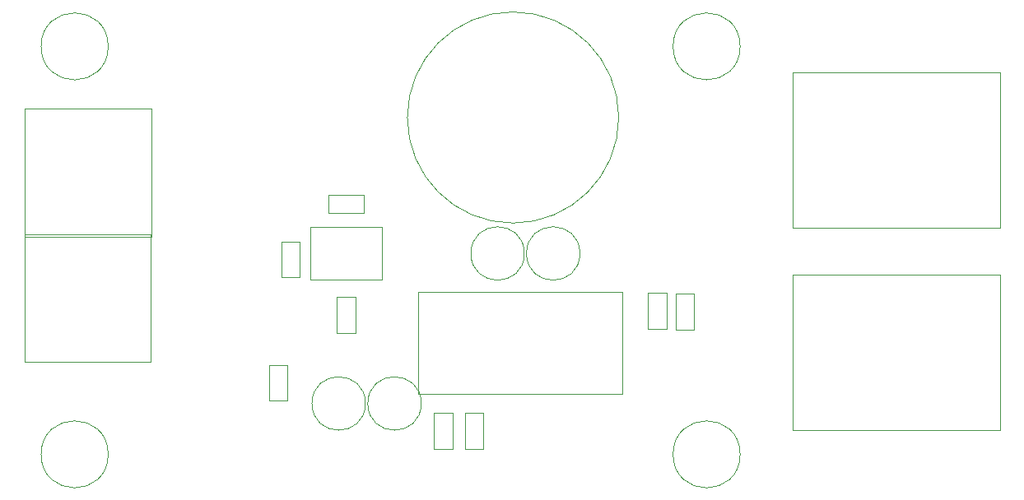
<source format=gbr>
G04 #@! TF.GenerationSoftware,KiCad,Pcbnew,5.1.4-e60b266~84~ubuntu18.04.1*
G04 #@! TF.CreationDate,2019-10-29T18:19:43-03:00*
G04 #@! TF.ProjectId,fonte_18V,666f6e74-655f-4313-9856-2e6b69636164,rev?*
G04 #@! TF.SameCoordinates,Original*
G04 #@! TF.FileFunction,Other,User*
%FSLAX46Y46*%
G04 Gerber Fmt 4.6, Leading zero omitted, Abs format (unit mm)*
G04 Created by KiCad (PCBNEW 5.1.4-e60b266~84~ubuntu18.04.1) date 2019-10-29 18:19:43*
%MOMM*%
%LPD*%
G04 APERTURE LIST*
%ADD10C,0.050000*%
G04 APERTURE END LIST*
D10*
X167832000Y-158705000D02*
X167832000Y-142685000D01*
X167832000Y-158705000D02*
X189168000Y-158706000D01*
X189168000Y-142685000D02*
X167832000Y-142685000D01*
X189168000Y-142686000D02*
X189168000Y-158706000D01*
X167832000Y-179523000D02*
X167832000Y-163503000D01*
X167832000Y-179523000D02*
X189168000Y-179524000D01*
X189168000Y-163503000D02*
X167832000Y-163503000D01*
X189168000Y-163504000D02*
X189168000Y-179524000D01*
X162450000Y-140000000D02*
G75*
G03X162450000Y-140000000I-3450000J0D01*
G01*
X162450000Y-182000000D02*
G75*
G03X162450000Y-182000000I-3450000J0D01*
G01*
X97450000Y-182000000D02*
G75*
G03X97450000Y-182000000I-3450000J0D01*
G01*
X97450000Y-140000000D02*
G75*
G03X97450000Y-140000000I-3450000J0D01*
G01*
X125620000Y-158590000D02*
X118220000Y-158590000D01*
X125620000Y-163990000D02*
X125620000Y-158590000D01*
X118220000Y-163990000D02*
X125620000Y-163990000D01*
X118220000Y-158590000D02*
X118220000Y-163990000D01*
X132880000Y-177715000D02*
X132880000Y-181415000D01*
X130980000Y-177715000D02*
X132880000Y-177715000D01*
X130980000Y-181415000D02*
X130980000Y-177715000D01*
X132880000Y-181415000D02*
X130980000Y-181415000D01*
X154860000Y-165360000D02*
X154860000Y-169060000D01*
X152960000Y-165360000D02*
X154860000Y-165360000D01*
X152960000Y-169060000D02*
X152960000Y-165360000D01*
X154860000Y-169060000D02*
X152960000Y-169060000D01*
X117155000Y-160075000D02*
X117155000Y-163775000D01*
X115255000Y-160075000D02*
X117155000Y-160075000D01*
X115255000Y-163775000D02*
X115255000Y-160075000D01*
X117155000Y-163775000D02*
X115255000Y-163775000D01*
X113985000Y-176475000D02*
X113985000Y-172775000D01*
X115885000Y-176475000D02*
X113985000Y-176475000D01*
X115885000Y-172775000D02*
X115885000Y-176475000D01*
X113985000Y-172775000D02*
X115885000Y-172775000D01*
X120970000Y-169490000D02*
X120970000Y-165790000D01*
X122870000Y-169490000D02*
X120970000Y-169490000D01*
X122870000Y-165790000D02*
X122870000Y-169490000D01*
X120970000Y-165790000D02*
X122870000Y-165790000D01*
X157690000Y-165480000D02*
X157690000Y-169180000D01*
X155790000Y-165480000D02*
X157690000Y-165480000D01*
X155790000Y-169180000D02*
X155790000Y-165480000D01*
X157690000Y-169180000D02*
X155790000Y-169180000D01*
X149960000Y-147320000D02*
G75*
G03X149960000Y-147320000I-10870000J0D01*
G01*
X101900000Y-159570000D02*
X101900000Y-146410000D01*
X88900000Y-159570000D02*
X101900000Y-159570000D01*
X88900000Y-146410000D02*
X88900000Y-159570000D01*
X101900000Y-146410000D02*
X88900000Y-146410000D01*
X101855000Y-172475000D02*
X101855000Y-159315000D01*
X88855000Y-172475000D02*
X101855000Y-172475000D01*
X88855000Y-159315000D02*
X88855000Y-172475000D01*
X101855000Y-159315000D02*
X88855000Y-159315000D01*
X134155000Y-181415000D02*
X134155000Y-177715000D01*
X136055000Y-181415000D02*
X134155000Y-181415000D01*
X136055000Y-177715000D02*
X136055000Y-181415000D01*
X134155000Y-177715000D02*
X136055000Y-177715000D01*
X145970000Y-161320000D02*
G75*
G03X145970000Y-161320000I-2750000J0D01*
G01*
X140255000Y-161320000D02*
G75*
G03X140255000Y-161320000I-2750000J0D01*
G01*
X129650000Y-176764000D02*
G75*
G03X129650000Y-176764000I-2750000J0D01*
G01*
X123908000Y-176764000D02*
G75*
G03X123908000Y-176764000I-2750000J0D01*
G01*
X120070000Y-155260000D02*
X123770000Y-155260000D01*
X120070000Y-157160000D02*
X120070000Y-155260000D01*
X123770000Y-157160000D02*
X120070000Y-157160000D01*
X123770000Y-155260000D02*
X123770000Y-157160000D01*
X150330000Y-175800000D02*
X150330000Y-165300000D01*
X129370000Y-175800000D02*
X150330000Y-175800000D01*
X129370000Y-165300000D02*
X129370000Y-175800000D01*
X150330000Y-165300000D02*
X129370000Y-165300000D01*
M02*

</source>
